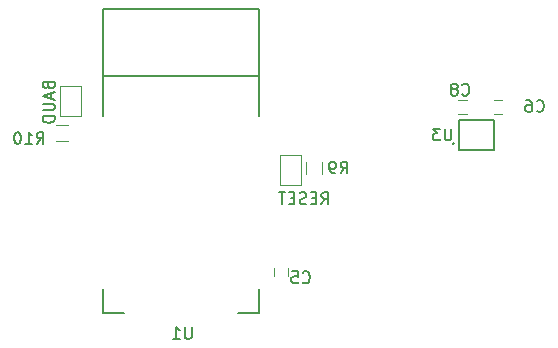
<source format=gbo>
G04 #@! TF.FileFunction,Legend,Bot*
%FSLAX46Y46*%
G04 Gerber Fmt 4.6, Leading zero omitted, Abs format (unit mm)*
G04 Created by KiCad (PCBNEW 4.0.6) date Fri Sep  8 15:05:28 2017*
%MOMM*%
%LPD*%
G01*
G04 APERTURE LIST*
%ADD10C,0.100000*%
%ADD11C,0.150000*%
%ADD12C,0.120000*%
G04 APERTURE END LIST*
D10*
D11*
X206528571Y-100819048D02*
X206576190Y-100961905D01*
X206623810Y-101009524D01*
X206719048Y-101057143D01*
X206861905Y-101057143D01*
X206957143Y-101009524D01*
X207004762Y-100961905D01*
X207052381Y-100866667D01*
X207052381Y-100485714D01*
X206052381Y-100485714D01*
X206052381Y-100819048D01*
X206100000Y-100914286D01*
X206147619Y-100961905D01*
X206242857Y-101009524D01*
X206338095Y-101009524D01*
X206433333Y-100961905D01*
X206480952Y-100914286D01*
X206528571Y-100819048D01*
X206528571Y-100485714D01*
X206766667Y-101438095D02*
X206766667Y-101914286D01*
X207052381Y-101342857D02*
X206052381Y-101676190D01*
X207052381Y-102009524D01*
X206052381Y-102342857D02*
X206861905Y-102342857D01*
X206957143Y-102390476D01*
X207004762Y-102438095D01*
X207052381Y-102533333D01*
X207052381Y-102723810D01*
X207004762Y-102819048D01*
X206957143Y-102866667D01*
X206861905Y-102914286D01*
X206052381Y-102914286D01*
X207052381Y-103390476D02*
X206052381Y-103390476D01*
X206052381Y-103628571D01*
X206100000Y-103771429D01*
X206195238Y-103866667D01*
X206290476Y-103914286D01*
X206480952Y-103961905D01*
X206623810Y-103961905D01*
X206814286Y-103914286D01*
X206909524Y-103866667D01*
X207004762Y-103771429D01*
X207052381Y-103628571D01*
X207052381Y-103390476D01*
X229652381Y-110852381D02*
X229985715Y-110376190D01*
X230223810Y-110852381D02*
X230223810Y-109852381D01*
X229842857Y-109852381D01*
X229747619Y-109900000D01*
X229700000Y-109947619D01*
X229652381Y-110042857D01*
X229652381Y-110185714D01*
X229700000Y-110280952D01*
X229747619Y-110328571D01*
X229842857Y-110376190D01*
X230223810Y-110376190D01*
X229223810Y-110328571D02*
X228890476Y-110328571D01*
X228747619Y-110852381D02*
X229223810Y-110852381D01*
X229223810Y-109852381D01*
X228747619Y-109852381D01*
X228366667Y-110804762D02*
X228223810Y-110852381D01*
X227985714Y-110852381D01*
X227890476Y-110804762D01*
X227842857Y-110757143D01*
X227795238Y-110661905D01*
X227795238Y-110566667D01*
X227842857Y-110471429D01*
X227890476Y-110423810D01*
X227985714Y-110376190D01*
X228176191Y-110328571D01*
X228271429Y-110280952D01*
X228319048Y-110233333D01*
X228366667Y-110138095D01*
X228366667Y-110042857D01*
X228319048Y-109947619D01*
X228271429Y-109900000D01*
X228176191Y-109852381D01*
X227938095Y-109852381D01*
X227795238Y-109900000D01*
X227366667Y-110328571D02*
X227033333Y-110328571D01*
X226890476Y-110852381D02*
X227366667Y-110852381D01*
X227366667Y-109852381D01*
X226890476Y-109852381D01*
X226604762Y-109852381D02*
X226033333Y-109852381D01*
X226319048Y-110852381D02*
X226319048Y-109852381D01*
D12*
X226800000Y-116950000D02*
X226800000Y-116250000D01*
X225600000Y-116250000D02*
X225600000Y-116950000D01*
X244250000Y-103200000D02*
X244950000Y-103200000D01*
X244950000Y-102000000D02*
X244250000Y-102000000D01*
X241950000Y-102000000D02*
X241250000Y-102000000D01*
X241250000Y-103200000D02*
X241950000Y-103200000D01*
X226110000Y-109270000D02*
X226110000Y-106730000D01*
X227890000Y-106730000D02*
X227890000Y-109270000D01*
X227890000Y-106730000D02*
X226110000Y-106730000D01*
X226110000Y-109270000D02*
X227890000Y-109270000D01*
X207510000Y-103370000D02*
X207510000Y-100830000D01*
X209290000Y-100830000D02*
X209290000Y-103370000D01*
X209290000Y-100830000D02*
X207510000Y-100830000D01*
X207510000Y-103370000D02*
X209290000Y-103370000D01*
X228320000Y-107300000D02*
X228320000Y-108300000D01*
X229680000Y-108300000D02*
X229680000Y-107300000D01*
X208200000Y-104120000D02*
X207200000Y-104120000D01*
X207200000Y-105480000D02*
X208200000Y-105480000D01*
D11*
X224400000Y-100000000D02*
X224400000Y-94300000D01*
X224400000Y-94300000D02*
X211200000Y-94300000D01*
X211200000Y-94300000D02*
X211200000Y-100000000D01*
X224400000Y-103400000D02*
X224400000Y-100000000D01*
X224400000Y-100000000D02*
X211200000Y-100000000D01*
X211200000Y-100000000D02*
X211200000Y-103400000D01*
X212900000Y-120100000D02*
X211200000Y-120100000D01*
X211200000Y-120100000D02*
X211200000Y-118000000D01*
X224400000Y-118000000D02*
X224400000Y-120100000D01*
X224400000Y-120100000D02*
X222600000Y-120100000D01*
X240875000Y-105750000D02*
G75*
G03X240875000Y-105750000I-75000J0D01*
G01*
X241300000Y-106250000D02*
X241300000Y-103750000D01*
X241300000Y-103750000D02*
X244300000Y-103750000D01*
X244300000Y-103750000D02*
X244300000Y-106250000D01*
X244300000Y-106250000D02*
X241300000Y-106250000D01*
X228066666Y-117457143D02*
X228114285Y-117504762D01*
X228257142Y-117552381D01*
X228352380Y-117552381D01*
X228495238Y-117504762D01*
X228590476Y-117409524D01*
X228638095Y-117314286D01*
X228685714Y-117123810D01*
X228685714Y-116980952D01*
X228638095Y-116790476D01*
X228590476Y-116695238D01*
X228495238Y-116600000D01*
X228352380Y-116552381D01*
X228257142Y-116552381D01*
X228114285Y-116600000D01*
X228066666Y-116647619D01*
X227161904Y-116552381D02*
X227638095Y-116552381D01*
X227685714Y-117028571D01*
X227638095Y-116980952D01*
X227542857Y-116933333D01*
X227304761Y-116933333D01*
X227209523Y-116980952D01*
X227161904Y-117028571D01*
X227114285Y-117123810D01*
X227114285Y-117361905D01*
X227161904Y-117457143D01*
X227209523Y-117504762D01*
X227304761Y-117552381D01*
X227542857Y-117552381D01*
X227638095Y-117504762D01*
X227685714Y-117457143D01*
X247866666Y-102957143D02*
X247914285Y-103004762D01*
X248057142Y-103052381D01*
X248152380Y-103052381D01*
X248295238Y-103004762D01*
X248390476Y-102909524D01*
X248438095Y-102814286D01*
X248485714Y-102623810D01*
X248485714Y-102480952D01*
X248438095Y-102290476D01*
X248390476Y-102195238D01*
X248295238Y-102100000D01*
X248152380Y-102052381D01*
X248057142Y-102052381D01*
X247914285Y-102100000D01*
X247866666Y-102147619D01*
X247009523Y-102052381D02*
X247200000Y-102052381D01*
X247295238Y-102100000D01*
X247342857Y-102147619D01*
X247438095Y-102290476D01*
X247485714Y-102480952D01*
X247485714Y-102861905D01*
X247438095Y-102957143D01*
X247390476Y-103004762D01*
X247295238Y-103052381D01*
X247104761Y-103052381D01*
X247009523Y-103004762D01*
X246961904Y-102957143D01*
X246914285Y-102861905D01*
X246914285Y-102623810D01*
X246961904Y-102528571D01*
X247009523Y-102480952D01*
X247104761Y-102433333D01*
X247295238Y-102433333D01*
X247390476Y-102480952D01*
X247438095Y-102528571D01*
X247485714Y-102623810D01*
X241566666Y-101557143D02*
X241614285Y-101604762D01*
X241757142Y-101652381D01*
X241852380Y-101652381D01*
X241995238Y-101604762D01*
X242090476Y-101509524D01*
X242138095Y-101414286D01*
X242185714Y-101223810D01*
X242185714Y-101080952D01*
X242138095Y-100890476D01*
X242090476Y-100795238D01*
X241995238Y-100700000D01*
X241852380Y-100652381D01*
X241757142Y-100652381D01*
X241614285Y-100700000D01*
X241566666Y-100747619D01*
X240995238Y-101080952D02*
X241090476Y-101033333D01*
X241138095Y-100985714D01*
X241185714Y-100890476D01*
X241185714Y-100842857D01*
X241138095Y-100747619D01*
X241090476Y-100700000D01*
X240995238Y-100652381D01*
X240804761Y-100652381D01*
X240709523Y-100700000D01*
X240661904Y-100747619D01*
X240614285Y-100842857D01*
X240614285Y-100890476D01*
X240661904Y-100985714D01*
X240709523Y-101033333D01*
X240804761Y-101080952D01*
X240995238Y-101080952D01*
X241090476Y-101128571D01*
X241138095Y-101176190D01*
X241185714Y-101271429D01*
X241185714Y-101461905D01*
X241138095Y-101557143D01*
X241090476Y-101604762D01*
X240995238Y-101652381D01*
X240804761Y-101652381D01*
X240709523Y-101604762D01*
X240661904Y-101557143D01*
X240614285Y-101461905D01*
X240614285Y-101271429D01*
X240661904Y-101176190D01*
X240709523Y-101128571D01*
X240804761Y-101080952D01*
X231266666Y-108252381D02*
X231600000Y-107776190D01*
X231838095Y-108252381D02*
X231838095Y-107252381D01*
X231457142Y-107252381D01*
X231361904Y-107300000D01*
X231314285Y-107347619D01*
X231266666Y-107442857D01*
X231266666Y-107585714D01*
X231314285Y-107680952D01*
X231361904Y-107728571D01*
X231457142Y-107776190D01*
X231838095Y-107776190D01*
X230790476Y-108252381D02*
X230600000Y-108252381D01*
X230504761Y-108204762D01*
X230457142Y-108157143D01*
X230361904Y-108014286D01*
X230314285Y-107823810D01*
X230314285Y-107442857D01*
X230361904Y-107347619D01*
X230409523Y-107300000D01*
X230504761Y-107252381D01*
X230695238Y-107252381D01*
X230790476Y-107300000D01*
X230838095Y-107347619D01*
X230885714Y-107442857D01*
X230885714Y-107680952D01*
X230838095Y-107776190D01*
X230790476Y-107823810D01*
X230695238Y-107871429D01*
X230504761Y-107871429D01*
X230409523Y-107823810D01*
X230361904Y-107776190D01*
X230314285Y-107680952D01*
X205542857Y-105752381D02*
X205876191Y-105276190D01*
X206114286Y-105752381D02*
X206114286Y-104752381D01*
X205733333Y-104752381D01*
X205638095Y-104800000D01*
X205590476Y-104847619D01*
X205542857Y-104942857D01*
X205542857Y-105085714D01*
X205590476Y-105180952D01*
X205638095Y-105228571D01*
X205733333Y-105276190D01*
X206114286Y-105276190D01*
X204590476Y-105752381D02*
X205161905Y-105752381D01*
X204876191Y-105752381D02*
X204876191Y-104752381D01*
X204971429Y-104895238D01*
X205066667Y-104990476D01*
X205161905Y-105038095D01*
X203971429Y-104752381D02*
X203876190Y-104752381D01*
X203780952Y-104800000D01*
X203733333Y-104847619D01*
X203685714Y-104942857D01*
X203638095Y-105133333D01*
X203638095Y-105371429D01*
X203685714Y-105561905D01*
X203733333Y-105657143D01*
X203780952Y-105704762D01*
X203876190Y-105752381D01*
X203971429Y-105752381D01*
X204066667Y-105704762D01*
X204114286Y-105657143D01*
X204161905Y-105561905D01*
X204209524Y-105371429D01*
X204209524Y-105133333D01*
X204161905Y-104942857D01*
X204114286Y-104847619D01*
X204066667Y-104800000D01*
X203971429Y-104752381D01*
X218661905Y-121252381D02*
X218661905Y-122061905D01*
X218614286Y-122157143D01*
X218566667Y-122204762D01*
X218471429Y-122252381D01*
X218280952Y-122252381D01*
X218185714Y-122204762D01*
X218138095Y-122157143D01*
X218090476Y-122061905D01*
X218090476Y-121252381D01*
X217090476Y-122252381D02*
X217661905Y-122252381D01*
X217376191Y-122252381D02*
X217376191Y-121252381D01*
X217471429Y-121395238D01*
X217566667Y-121490476D01*
X217661905Y-121538095D01*
X240661905Y-104452381D02*
X240661905Y-105261905D01*
X240614286Y-105357143D01*
X240566667Y-105404762D01*
X240471429Y-105452381D01*
X240280952Y-105452381D01*
X240185714Y-105404762D01*
X240138095Y-105357143D01*
X240090476Y-105261905D01*
X240090476Y-104452381D01*
X239709524Y-104452381D02*
X239090476Y-104452381D01*
X239423810Y-104833333D01*
X239280952Y-104833333D01*
X239185714Y-104880952D01*
X239138095Y-104928571D01*
X239090476Y-105023810D01*
X239090476Y-105261905D01*
X239138095Y-105357143D01*
X239185714Y-105404762D01*
X239280952Y-105452381D01*
X239566667Y-105452381D01*
X239661905Y-105404762D01*
X239709524Y-105357143D01*
M02*

</source>
